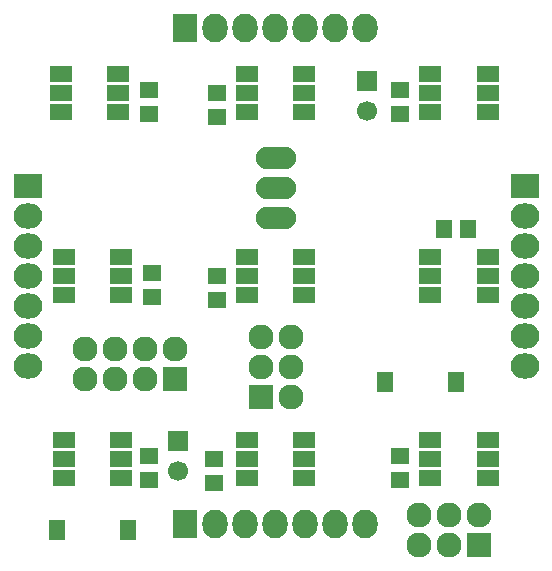
<source format=gts>
G04 #@! TF.FileFunction,Soldermask,Top*
%FSLAX46Y46*%
G04 Gerber Fmt 4.6, Leading zero omitted, Abs format (unit mm)*
G04 Created by KiCad (PCBNEW (2016-01-16 BZR 6488, Git a9216b9)-product) date 1/31/2016 10:30:37 PM*
%MOMM*%
G01*
G04 APERTURE LIST*
%ADD10C,0.100000*%
%ADD11R,2.127200X2.127200*%
%ADD12O,2.127200X2.127200*%
%ADD13R,1.700000X1.700000*%
%ADD14C,1.700000*%
%ADD15R,1.650000X1.400000*%
%ADD16R,1.400000X1.650000*%
%ADD17O,3.414980X1.906220*%
%ADD18R,1.900000X1.400000*%
%ADD19R,2.432000X2.127200*%
%ADD20O,2.432000X2.127200*%
%ADD21R,2.127200X2.432000*%
%ADD22O,2.127200X2.432000*%
%ADD23R,1.400000X1.800000*%
G04 APERTURE END LIST*
D10*
D11*
X131500000Y-108750000D03*
D12*
X131500000Y-106210000D03*
X128960000Y-108750000D03*
X128960000Y-106210000D03*
X126420000Y-108750000D03*
X126420000Y-106210000D03*
X123880000Y-108750000D03*
X123880000Y-106210000D03*
D13*
X131750000Y-114000000D03*
D14*
X131750000Y-116500000D03*
D15*
X129250000Y-86250000D03*
X129250000Y-84250000D03*
X129500000Y-101750000D03*
X129500000Y-99750000D03*
X129250000Y-117250000D03*
X129250000Y-115250000D03*
X135000000Y-86500000D03*
X135000000Y-84500000D03*
X135000000Y-102000000D03*
X135000000Y-100000000D03*
X134750000Y-117500000D03*
X134750000Y-115500000D03*
X150500000Y-86250000D03*
X150500000Y-84250000D03*
D16*
X156296000Y-95968800D03*
X154296000Y-95968800D03*
D15*
X150500000Y-117250000D03*
X150500000Y-115250000D03*
D13*
X147750000Y-83500000D03*
D14*
X147750000Y-86000000D03*
D11*
X138750000Y-110250000D03*
D12*
X141290000Y-110250000D03*
X138750000Y-107710000D03*
X141290000Y-107710000D03*
X138750000Y-105170000D03*
X141290000Y-105170000D03*
D11*
X157250000Y-122750000D03*
D12*
X157250000Y-120210000D03*
X154710000Y-122750000D03*
X154710000Y-120210000D03*
X152170000Y-122750000D03*
X152170000Y-120210000D03*
D17*
X140000000Y-95040000D03*
X140000000Y-92500000D03*
X140000000Y-89960000D03*
D18*
X126700000Y-84500000D03*
X126700000Y-86100000D03*
X126700000Y-82900000D03*
X121800000Y-82900000D03*
X121800000Y-84500000D03*
X121800000Y-86100000D03*
X126950000Y-100000000D03*
X126950000Y-101600000D03*
X126950000Y-98400000D03*
X122050000Y-98400000D03*
X122050000Y-100000000D03*
X122050000Y-101600000D03*
X126950000Y-115500000D03*
X126950000Y-117100000D03*
X126950000Y-113900000D03*
X122050000Y-113900000D03*
X122050000Y-115500000D03*
X122050000Y-117100000D03*
X142450000Y-84500000D03*
X142450000Y-86100000D03*
X142450000Y-82900000D03*
X137550000Y-82900000D03*
X137550000Y-84500000D03*
X137550000Y-86100000D03*
X142450000Y-100000000D03*
X142450000Y-101600000D03*
X142450000Y-98400000D03*
X137550000Y-98400000D03*
X137550000Y-100000000D03*
X137550000Y-101600000D03*
X142450000Y-115500000D03*
X142450000Y-117100000D03*
X142450000Y-113900000D03*
X137550000Y-113900000D03*
X137550000Y-115500000D03*
X137550000Y-117100000D03*
X157950000Y-84500000D03*
X157950000Y-86100000D03*
X157950000Y-82900000D03*
X153050000Y-82900000D03*
X153050000Y-84500000D03*
X153050000Y-86100000D03*
X157950000Y-100000000D03*
X157950000Y-101600000D03*
X157950000Y-98400000D03*
X153050000Y-98400000D03*
X153050000Y-100000000D03*
X153050000Y-101600000D03*
X157950000Y-115500000D03*
X157950000Y-117100000D03*
X157950000Y-113900000D03*
X153050000Y-113900000D03*
X153050000Y-115500000D03*
X153050000Y-117100000D03*
D19*
X161125000Y-92375000D03*
D20*
X161125000Y-94915000D03*
X161125000Y-97455000D03*
X161125000Y-99995000D03*
X161125000Y-102535000D03*
X161125000Y-105075000D03*
X161125000Y-107615000D03*
D21*
X132375000Y-79000000D03*
D22*
X134915000Y-79000000D03*
X137455000Y-79000000D03*
X139995000Y-79000000D03*
X142535000Y-79000000D03*
X145075000Y-79000000D03*
X147615000Y-79000000D03*
D21*
X132375000Y-121000000D03*
D22*
X134915000Y-121000000D03*
X137455000Y-121000000D03*
X139995000Y-121000000D03*
X142535000Y-121000000D03*
X145075000Y-121000000D03*
X147615000Y-121000000D03*
D19*
X119000000Y-92375000D03*
D20*
X119000000Y-94915000D03*
X119000000Y-97455000D03*
X119000000Y-99995000D03*
X119000000Y-102535000D03*
X119000000Y-105075000D03*
X119000000Y-107615000D03*
D23*
X149250000Y-109000000D03*
X155250000Y-109000000D03*
X121500000Y-121500000D03*
X127500000Y-121500000D03*
M02*

</source>
